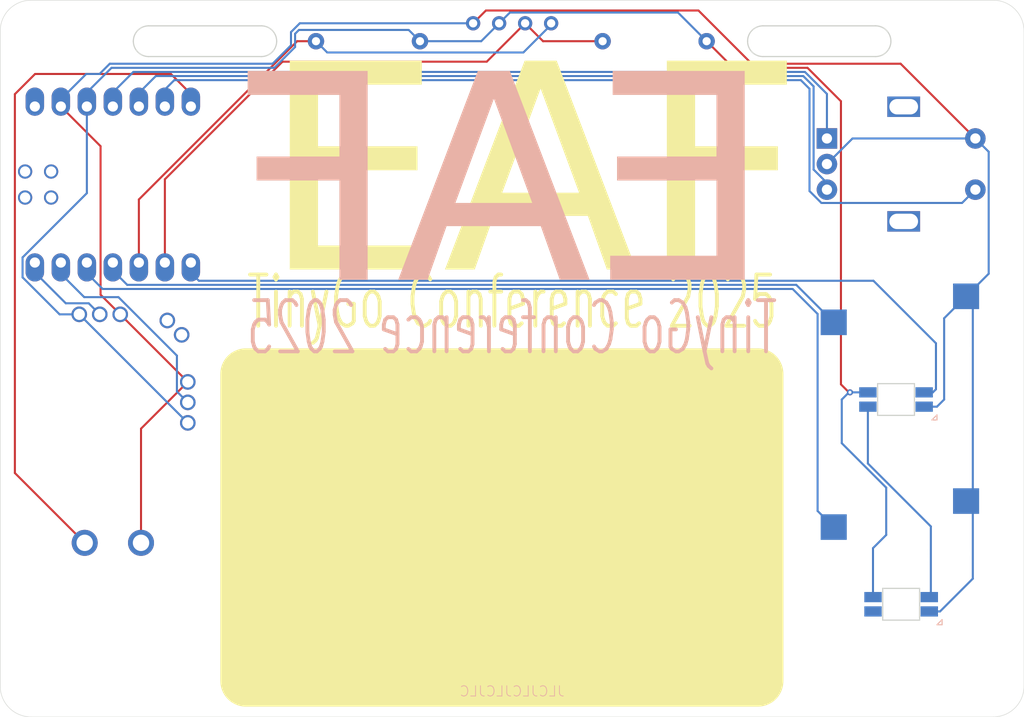
<source format=kicad_pcb>
(kicad_pcb (version 20241229) (generator "pcbnew") (generator_version "9.0")
  (layers (0 "F.Cu" signal) (2 "B.Cu" signal) (13 "F.Paste" user) (15 "B.Paste" user) (5 "F.SilkS" user "F.Silkscreen") (7 "B.SilkS" user "B.Silkscreen") (1 "F.Mask" user) (3 "B.Mask" user) (25 "Edge.Cuts" user))
  (net 0 "")
  (net 1 "GND")
  (net 2 "BUZZER")
  (net 3 "3V3")
  (net 4 "Net-(LED1-DOUT)")
  (net 5 "SK6812MINI-E")
  (net 7 "SCL")
  (net 8 "SDA")
  (net 9 "ROT_BTN")
  (net 10 "ROT_A")
  (net 11 "ROT_B")
  (net 12 "VR_X")
  (net 13 "VR_Y")
  (net 16 "SW_1")
  (net 17 "SW_2")
  (footprint "sglib:OLED" (layer "F.Cu") (at 80 22.25 180)
    (property "Reference" "OL1" (hide yes))
    (property "Value" "OLED" (hide yes))
    (pad "1" thru_hole circle (at -3.81 0 180) (size 1.397 1.397) (drill 0.8128) (layers "*.Cu" "*.Mask") (net 8 "SDA"))
    (pad "2" thru_hole circle (at -1.27 0 180) (size 1.397 1.397) (drill 0.8128) (layers "*.Cu" "*.Mask") (net 7 "SCL"))
    (pad "3" thru_hole circle (at 1.27 0 180) (size 1.397 1.397) (drill 0.8128) (layers "*.Cu" "*.Mask") (net 3 "3V3"))
    (pad "4" thru_hole circle (at 3.81 0 180) (size 1.397 1.397) (drill 0.8128) (layers "*.Cu" "*.Mask") (net 1 "GND"))
  )
  (footprint "sglib:buzzer 5.5mm" (layer "F.Cu") (at 41 73)
    (property "Reference" "BZ1" (hide yes))
    (property "Value" "Buzzer")
    (pad "1" thru_hole circle (at -2.75 0) (size 2.54 2.54) (drill 1.6) (layers "*.Cu" "*.Mask") (net 2 "BUZZER"))
    (pad "2" thru_hole circle (at 2.75 0) (size 2.54 2.54) (drill 1.6) (layers "*.Cu" "*.Mask") (net 1 "GND"))
  )
  (footprint "foostan/kbd:M2_HOLE_v2" (layer "F.Cu") (at 39 86)
    (property "Reference" "H3" (hide yes))
    (property "Value" "MountingHole" (hide yes))
    (pad "" np_thru_hole circle (at 0 0) (size 4.3 4.3) (drill 4.3) (layers "*.Cu" "*.Mask"))
  )
  (footprint "Rotary_Encoder:RotaryEncoder_Alps_EC11E-Switch_Vertical_H20mm" (layer "F.Cu") (at 110.75 33.5)
    (property "Reference" "SW5" (hide yes))
    (property "Value" "RotaryEncoder_Switch")
    (pad "A" thru_hole rect (at 0 0) (size 2 2) (drill 1) (layers "*.Cu" "*.Mask") (net 10 "ROT_A"))
    (pad "B" thru_hole circle (at 0 5) (size 2 2) (drill 1) (layers "*.Cu" "*.Mask") (net 11 "ROT_B"))
    (pad "C" thru_hole circle (at 0 2.5) (size 2 2) (drill 1) (layers "*.Cu" "*.Mask") (net 1 "GND"))
    (pad "MP" thru_hole rect (at 7.5 -3.1) (size 3.2 2) (drill oval 2.8 1.5) (layers "*.Cu" "*.Mask"))
    (pad "MP" thru_hole rect (at 7.5 8.1) (size 3.2 2) (drill oval 2.8 1.5) (layers "*.Cu" "*.Mask"))
    (pad "S1" thru_hole circle (at 14.5 5) (size 2 2) (drill 1) (layers "*.Cu" "*.Mask") (net 9 "ROT_BTN"))
    (pad "S2" thru_hole circle (at 14.5 0) (size 2 2) (drill 1) (layers "*.Cu" "*.Mask") (net 1 "GND"))
  )
  (footprint "sglib:white" (layer "F.Cu") (at 79 71.5)
    (property "Reference" "REF**" (hide yes))
    (property "Value" "white")
    (fp_rect (start -25 -15) (end 25 15) (stroke (width 5)) (fill yes) (layer "F.SilkS"))
  )
  (footprint "sglib:strap_hole" (layer "F.Cu") (at 50 24)
    (property "Reference" "SW2" (hide yes))
    (property "Value" "KEY_SWITCH" (hide yes))
    (fp_line (start -5.5 1.5) (end 5.5 1.5) (stroke (width 0.12)) (layer "Edge.Cuts"))
    (fp_line (start 5.5 -1.5) (end -5.5 -1.5) (stroke (width 0.12)) (layer "Edge.Cuts"))
    (fp_arc (start -7 0) (mid -6.56066 -1.06066) (end -5.5 -1.5) (stroke (width 0.12)) (layer "Edge.Cuts"))
    (fp_arc (start -5.5 1.5) (mid -6.56066 1.06066) (end -7 0) (stroke (width 0.12)) (layer "Edge.Cuts"))
    (fp_arc (start 5.5 -1.5) (mid 6.56066 -1.06066) (end 7 0) (stroke (width 0.12)) (layer "Edge.Cuts"))
    (fp_arc (start 7 0) (mid 6.56066 1.06066) (end 5.5 1.5) (stroke (width 0.12)) (layer "Edge.Cuts"))
  )
  (footprint "crides/kleeb/mcu:xiao-tht" (layer "F.Cu") (at 41 38 90)
    (property "Reference" "U1" (hide yes))
    (property "Value" "xiao" (hide yes))
    (pad "1" thru_hole oval (at -7.62 -7.62 90) (size 2.75 1.8) (drill 1 (offset -0.475 0)) (layers "*.Cu" "*.Mask") (net 12 "VR_X"))
    (pad "2" thru_hole oval (at -7.62 -5.08 90) (size 2.75 1.8) (drill 1 (offset -0.475 0)) (layers "*.Cu" "*.Mask") (net 13 "VR_Y"))
    (pad "3" thru_hole oval (at -7.62 -2.54 90) (size 2.75 1.8) (drill 1 (offset -0.475 0)) (layers "*.Cu" "*.Mask") (net 16 "SW_1"))
    (pad "4" thru_hole oval (at -7.62 0 90) (size 2.75 1.8) (drill 1 (offset -0.475 0)) (layers "*.Cu" "*.Mask") (net 17 "SW_2"))
    (pad "5" thru_hole oval (at -7.62 2.54 90) (size 2.75 1.8) (drill 1 (offset -0.475 0)) (layers "*.Cu" "*.Mask") (net 8 "SDA"))
    (pad "6" thru_hole oval (at -7.62 5.08 90) (size 2.75 1.8) (drill 1 (offset -0.475 0)) (layers "*.Cu" "*.Mask") (net 7 "SCL"))
    (pad "7" thru_hole oval (at -7.62 7.62 90) (size 2.75 1.8) (drill 1 (offset -0.475 0)) (layers "*.Cu" "*.Mask") (net 5 "SK6812MINI-E"))
    (pad "8" thru_hole oval (at 7.62 7.62 270) (size 2.75 1.8) (drill 1 (offset -0.475 0)) (layers "*.Cu" "*.Mask") (net 2 "BUZZER"))
    (pad "9" thru_hole oval (at 7.62 5.08 270) (size 2.75 1.8) (drill 1 (offset -0.475 0)) (layers "*.Cu" "*.Mask") (net 9 "ROT_BTN"))
    (pad "10" thru_hole oval (at 7.62 2.54 270) (size 2.75 1.8) (drill 1 (offset -0.475 0)) (layers "*.Cu" "*.Mask") (net 11 "ROT_B"))
    (pad "11" thru_hole oval (at 7.62 0 270) (size 2.75 1.8) (drill 1 (offset -0.475 0)) (layers "*.Cu" "*.Mask") (net 10 "ROT_A"))
    (pad "12" thru_hole oval (at 7.62 -2.54 270) (size 2.75 1.8) (drill 1 (offset -0.475 0)) (layers "*.Cu" "*.Mask") (net 3 "3V3"))
    (pad "13" thru_hole oval (at 7.62 -5.08 270) (size 2.75 1.8) (drill 1 (offset -0.475 0)) (layers "*.Cu" "*.Mask") (net 1 "GND"))
    (pad "14" thru_hole oval (at 7.62 -7.62 270) (size 2.75 1.8) (drill 1 (offset -0.475 0)) (layers "*.Cu" "*.Mask"))
    (pad "15" thru_hole circle (at -1.27 -8.572 180) (size 1.397 1.397) (drill 1.016) (layers "*.Cu" "*.Mask"))
    (pad "16" thru_hole circle (at 1.27 -8.572 180) (size 1.397 1.397) (drill 1.016) (layers "*.Cu" "*.Mask"))
    (pad "17" thru_hole circle (at -1.27 -6.032 180) (size 1.397 1.397) (drill 1.016) (layers "*.Cu" "*.Mask"))
    (pad "18" thru_hole circle (at 1.27 -6.032 180) (size 1.397 1.397) (drill 1.016) (layers "*.Cu" "*.Mask"))
  )
  (footprint "foostan/kbd:CherryMX_Hotswap" (layer "F.Cu") (at 118.5 74)
    (property "Reference" "SW1" (hide yes))
    (property "Value" "SW_PUSH" (hide yes))
    (pad "" np_thru_hole circle (at -5.08 0) (size 1.9 1.9) (drill 1.9) (layers "*.Cu" "*.Mask"))
    (pad "" np_thru_hole circle (at -3.81 -2.54) (size 3 3) (drill 3) (layers "*.Cu" "*.Mask"))
    (pad "" np_thru_hole circle (at 0 0 90) (size 4.1 4.1) (drill 4.1) (layers "*.Cu" "*.Mask"))
    (pad "" np_thru_hole circle (at 2.54 -5.08) (size 3 3) (drill 3) (layers "*.Cu" "*.Mask"))
    (pad "" np_thru_hole circle (at 5.08 0) (size 1.9 1.9) (drill 1.9) (layers "*.Cu" "*.Mask"))
    (pad "1" smd rect (at -7.085 -2.54 180) (size 2.55 2.5) (layers "B.Cu" "B.Mask" "B.Paste") (net 16 "SW_1"))
    (pad "2" smd rect (at 5.842 -5.08 180) (size 2.55 2.5) (layers "B.Cu" "B.Mask" "B.Paste") (net 1 "GND"))
  )
  (footprint "sglib:strap_hole" (layer "F.Cu") (at 110 24)
    (property "Reference" "SW2" (hide yes))
    (property "Value" "KEY_SWITCH" (hide yes))
    (fp_line (start -5.5 1.5) (end 5.5 1.5) (stroke (width 0.12)) (layer "Edge.Cuts"))
    (fp_line (start 5.5 -1.5) (end -5.5 -1.5) (stroke (width 0.12)) (layer "Edge.Cuts"))
    (fp_arc (start -7 0) (mid -6.56066 -1.06066) (end -5.5 -1.5) (stroke (width 0.12)) (layer "Edge.Cuts"))
    (fp_arc (start -5.5 1.5) (mid -6.56066 1.06066) (end -7 0) (stroke (width 0.12)) (layer "Edge.Cuts"))
    (fp_arc (start 5.5 -1.5) (mid 6.56066 -1.06066) (end 7 0) (stroke (width 0.12)) (layer "Edge.Cuts"))
    (fp_arc (start 7 0) (mid 6.56066 1.06066) (end 5.5 1.5) (stroke (width 0.12)) (layer "Edge.Cuts"))
  )
  (footprint "Resistor_THT:R_Axial_DIN0207_L6.3mm_D2.5mm_P10.16mm_Horizontal" (layer "F.Cu") (at 71 24 180)
    (property "Reference" "R1" (hide yes))
    (property "Value" "R")
    (pad "1" thru_hole circle (at 0 0 180) (size 1.6 1.6) (drill 0.8) (layers "*.Cu" "*.Mask") (net 3 "3V3"))
    (pad "2" thru_hole circle (at 10.16 0 180) (size 1.6 1.6) (drill 0.8) (layers "*.Cu" "*.Mask") (net 8 "SDA"))
  )
  (footprint "foostan/kbd:M2_HOLE_v2" (layer "F.Cu") (at 121 86)
    (property "Reference" "H4" (hide yes))
    (property "Value" "MountingHole" (hide yes))
    (pad "" np_thru_hole circle (at 0 0) (size 4.3 4.3) (drill 4.3) (layers "*.Cu" "*.Mask"))
  )
  (footprint "foostan/kbd:CherryMX_Hotswap" (layer "F.Cu") (at 118.5 54)
    (property "Reference" "SW3" (hide yes))
    (property "Value" "SW_PUSH" (hide yes))
    (pad "" np_thru_hole circle (at -5.08 0) (size 1.9 1.9) (drill 1.9) (layers "*.Cu" "*.Mask"))
    (pad "" np_thru_hole circle (at -3.81 -2.54) (size 3 3) (drill 3) (layers "*.Cu" "*.Mask"))
    (pad "" np_thru_hole circle (at 0 0 90) (size 4.1 4.1) (drill 4.1) (layers "*.Cu" "*.Mask"))
    (pad "" np_thru_hole circle (at 2.54 -5.08) (size 3 3) (drill 3) (layers "*.Cu" "*.Mask"))
    (pad "" np_thru_hole circle (at 5.08 0) (size 1.9 1.9) (drill 1.9) (layers "*.Cu" "*.Mask"))
    (pad "1" smd rect (at -7.085 -2.54 180) (size 2.55 2.5) (layers "B.Cu" "B.Mask" "B.Paste") (net 17 "SW_2"))
    (pad "2" smd rect (at 5.842 -5.08 180) (size 2.55 2.5) (layers "B.Cu" "B.Mask" "B.Paste") (net 1 "GND"))
  )
  (footprint "foostan/kbd:M2_HOLE_v2" (layer "F.Cu") (at 39 24)
    (property "Reference" "H1" (hide yes))
    (property "Value" "MountingHole" (hide yes))
    (pad "" np_thru_hole circle (at 0 0) (size 4.3 4.3) (drill 4.3) (layers "*.Cu" "*.Mask"))
  )
  (footprint "sglib:FJ08K-S" (layer "F.Cu") (at 39.719 59.281)
    (property "Reference" "U3" (hide yes))
    (property "Value" "fj08k-s")
    (pad "" np_thru_hole circle (at -6 -6) (size 1.6 1.6) (drill 1.6) (layers "*.Cu" "*.Mask"))
    (pad "" np_thru_hole circle (at 6 6) (size 1.6 1.6) (drill 1.6) (layers "*.Cu" "*.Mask"))
    (pad "1" thru_hole circle (at 2 -8.6) (size 1.524 1.524) (drill 1.1) (layers "*.Cu" "*.Mask") (net 1 "GND"))
    (pad "2" thru_hole circle (at 0 -8.6) (size 1.524 1.524) (drill 1.1) (layers "*.Cu" "*.Mask") (net 12 "VR_X"))
    (pad "3" thru_hole circle (at -2 -8.6) (size 1.524 1.524) (drill 1.1) (layers "*.Cu" "*.Mask") (net 3 "3V3"))
    (pad "4" thru_hole circle (at 8.6 2) (size 1.524 1.524) (drill 1.1) (layers "*.Cu" "*.Mask") (net 3 "3V3"))
    (pad "5" thru_hole circle (at 8.6 0) (size 1.524 1.524) (drill 1.1) (layers "*.Cu" "*.Mask") (net 13 "VR_Y"))
    (pad "6" thru_hole circle (at 8.6 -2) (size 1.524 1.524) (drill 1.1) (layers "*.Cu" "*.Mask") (net 1 "GND"))
    (pad "7" thru_hole circle (at 6.6 -8) (size 1.524 1.524) (drill 1.1) (layers "*.Cu" "*.Mask"))
    (pad "8" thru_hole circle (at 8 -6.6) (size 1.524 1.524) (drill 1.1) (layers "*.Cu" "*.Mask"))
  )
  (footprint "foostan/kbd:M2_HOLE_v2" (layer "F.Cu") (at 121 24)
    (property "Reference" "H2" (hide yes))
    (property "Value" "MountingHole" (hide yes))
    (pad "" np_thru_hole circle (at 0 0) (size 4.3 4.3) (drill 4.3) (layers "*.Cu" "*.Mask"))
  )
  (footprint "Resistor_THT:R_Axial_DIN0207_L6.3mm_D2.5mm_P10.16mm_Horizontal" (layer "F.Cu") (at 99 24 180)
    (property "Reference" "R2" (hide yes))
    (property "Value" "R")
    (pad "1" thru_hole circle (at 0 0 180) (size 1.6 1.6) (drill 0.8) (layers "*.Cu" "*.Mask") (net 3 "3V3"))
    (pad "2" thru_hole circle (at 10.16 0 180) (size 1.6 1.6) (drill 0.8) (layers "*.Cu" "*.Mask") (net 7 "SCL"))
  )
  (footprint "foostan/kbd:YS-SK6812MINI-E" (layer "B.Cu") (at 117.5 59 180)
    (property "Reference" "LED1" (hide yes))
    (property "Value" "YS-SK6812MINI-E")
    (fp_line (start -3.5 -2) (end -4 -1.5) (stroke (width 0.1)) (layer "B.SilkS"))
    (fp_line (start -4 -1.5) (end -4 -2) (stroke (width 0.1)) (layer "B.SilkS"))
    (fp_line (start -4 -2) (end -3.5 -2) (stroke (width 0.1)) (layer "B.SilkS"))
    (fp_line (start 1.8 1.55) (end -1.8 1.55) (stroke (width 0.12)) (layer "Edge.Cuts"))
    (fp_line (start 1.8 -1.55) (end 1.8 1.55) (stroke (width 0.12)) (layer "Edge.Cuts"))
    (fp_line (start -1.8 1.55) (end -1.8 -1.55) (stroke (width 0.12)) (layer "Edge.Cuts"))
    (fp_line (start -1.8 -1.55) (end 1.8 -1.55) (stroke (width 0.12)) (layer "Edge.Cuts"))
    (pad "1" smd rect (at 2.75 0.7 180) (size 1.7 1) (layers "B.Cu" "B.Mask" "B.Paste") (net 3 "3V3"))
    (pad "2" smd rect (at 2.75 -0.7 180) (size 1.7 1) (layers "B.Cu" "B.Mask" "B.Paste") (net 4 "Net-(LED1-DOUT)"))
    (pad "3" smd rect (at -2.75 -0.7 180) (size 1.7 1) (layers "B.Cu" "B.Mask" "B.Paste") (net 1 "GND"))
    (pad "4" smd rect (at -2.75 0.7 180) (size 1.7 1) (layers "B.Cu" "B.Mask" "B.Paste") (net 5 "SK6812MINI-E"))
  )
  (footprint "foostan/kbd:YS-SK6812MINI-E" (layer "B.Cu") (at 118 79 180)
    (property "Reference" "LED2" (hide yes))
    (property "Value" "YS-SK6812MINI-E")
    (fp_line (start -3.5 -2) (end -4 -1.5) (stroke (width 0.1)) (layer "B.SilkS"))
    (fp_line (start -4 -1.5) (end -4 -2) (stroke (width 0.1)) (layer "B.SilkS"))
    (fp_line (start -4 -2) (end -3.5 -2) (stroke (width 0.1)) (layer "B.SilkS"))
    (fp_line (start 1.8 1.55) (end -1.8 1.55) (stroke (width 0.12)) (layer "Edge.Cuts"))
    (fp_line (start 1.8 -1.55) (end 1.8 1.55) (stroke (width 0.12)) (layer "Edge.Cuts"))
    (fp_line (start -1.8 1.55) (end -1.8 -1.55) (stroke (width 0.12)) (layer "Edge.Cuts"))
    (fp_line (start -1.8 -1.55) (end 1.8 -1.55) (stroke (width 0.12)) (layer "Edge.Cuts"))
    (pad "1" smd rect (at 2.75 0.7 180) (size 1.7 1) (layers "B.Cu" "B.Mask" "B.Paste") (net 3 "3V3"))
    (pad "2" smd rect (at 2.75 -0.7 180) (size 1.7 1) (layers "B.Cu" "B.Mask" "B.Paste"))
    (pad "3" smd rect (at -2.75 -0.7 180) (size 1.7 1) (layers "B.Cu" "B.Mask" "B.Paste") (net 1 "GND"))
    (pad "4" smd rect (at -2.75 0.7 180) (size 1.7 1) (layers "B.Cu" "B.Mask" "B.Paste") (net 4 "Net-(LED1-DOUT)"))
  )
  (gr_arc (start 130 87) (mid 129.12132 89.12132) (end 127 90) (stroke (width 0.05)) (layer "Edge.Cuts"))
  (gr_arc (start 30 23) (mid 30.87868 20.87868) (end 33 20) (stroke (width 0.05)) (layer "Edge.Cuts"))
  (gr_line (start 130 23) (end 130 87) (stroke (width 0.05)) (layer "Edge.Cuts"))
  (gr_arc (start 127 20) (mid 129.12132 20.87868) (end 130 23) (stroke (width 0.05)) (layer "Edge.Cuts"))
  (gr_line (start 127 90) (end 33 90) (stroke (width 0.05)) (layer "Edge.Cuts"))
  (gr_line (start 33 20) (end 127 20) (stroke (width 0.05)) (layer "Edge.Cuts"))
  (gr_arc (start 33 90) (mid 30.87868 89.12132) (end 30 87) (stroke (width 0.05)) (layer "Edge.Cuts"))
  (gr_line (start 30 87) (end 30 23) (stroke (width 0.05)) (layer "Edge.Cuts"))
  (gr_text "EAF" (at 82 38 0) (layer "F.SilkS") (effects (font (size 20 20) (thickness 0.1))))
  (gr_text "TinyGo Conference 2025" (at 80 49.5 0) (layer "F.SilkS") (effects (font (size 5 2.8) (thickness 0.375))))
  (gr_text "JLCJLCJLCJLC" (at 80 87.5 0) (layer "B.SilkS") (effects (font (size 1 1) (thickness 0.08)) (justify mirror)))
  (gr_text "TinyGo Conference 2025" (at 80 52 0) (layer "B.SilkS") (effects (font (size 5 2.8) (thickness 0.375)) (justify mirror)))
  (gr_text "EAF" (at 79 39 -0) (layer "B.SilkS") (effects (font (size 20 20) (thickness 0.1)) (justify mirror)))
  (segment (start 43.75 61.85) (end 48.319 57.281) (width 0.2) (layer "F.Cu") (net 1))
  (segment (start 117.95 26.2) (end 125.25 33.5) (width 0.2) (layer "F.Cu") (net 1))
  (segment (start 39.799 48.761) (end 39.799 34.259) (width 0.2) (layer "F.Cu") (net 1))
  (segment (start 43.75 73) (end 43.75 61.85) (width 0.2) (layer "F.Cu") (net 1))
  (segment (start 77.44 21) (end 98.2 21) (width 0.2) (layer "F.Cu") (net 1))
  (segment (start 39.799 34.259) (end 35.92 30.38) (width 0.2) (layer "F.Cu") (net 1))
  (segment (start 98.2 21) (end 103.4 26.2) (width 0.2) (layer "F.Cu") (net 1))
  (segment (start 76.19 22.25) (end 77.44 21) (width 0.2) (layer "F.Cu") (net 1))
  (segment (start 41.719 50.681) (end 39.799 48.761) (width 0.2) (layer "F.Cu") (net 1))
  (segment (start 103.4 26.2) (end 117.95 26.2) (width 0.2) (layer "F.Cu") (net 1))
  (segment (start 48.319 57.281) (end 41.719 50.681) (width 0.2) (layer "F.Cu") (net 1))
  (segment (start 126.551 34.801) (end 125.25 33.5) (width 0.2) (layer "B.Cu") (net 1))
  (segment (start 121.8 79.7) (end 125 76.5) (width 0.2) (layer "B.Cu") (net 1))
  (segment (start 125 68.262) (end 125 49.578) (width 0.2) (layer "B.Cu") (net 1))
  (segment (start 121.5 59.7) (end 122.2 59) (width 0.2) (layer "B.Cu") (net 1))
  (segment (start 124.342 48.92) (end 126.551 46.711) (width 0.2) (layer "B.Cu") (net 1))
  (segment (start 35.92 30.143052) (end 35.92 29.675765) (width 0.2) (layer "B.Cu") (net 1))
  (segment (start 40.698665 26.2) (end 56.6 26.2) (width 0.2) (layer "B.Cu") (net 1))
  (segment (start 125 76.5) (end 125 69.578) (width 0.2) (layer "B.Cu") (net 1))
  (segment (start 59.25785 22.25) (end 76.19 22.25) (width 0.2) (layer "B.Cu") (net 1))
  (segment (start 126.551 46.711) (end 126.551 34.801) (width 0.2) (layer "B.Cu") (net 1))
  (segment (start 58.399 23.10885) (end 59.25785 22.25) (width 0.2) (layer "B.Cu") (net 1))
  (segment (start 110.75 36) (end 113.25 33.5) (width 0.2) (layer "B.Cu") (net 1))
  (segment (start 113.25 33.5) (end 125.25 33.5) (width 0.2) (layer "B.Cu") (net 1))
  (segment (start 122.2 51.062) (end 124.342 48.92) (width 0.2) (layer "B.Cu") (net 1))
  (segment (start 35.92 29.675765) (end 38.395765 27.2) (width 0.2) (layer "B.Cu") (net 1))
  (segment (start 58.399 24.401) (end 58.399 23.10885) (width 0.2) (layer "B.Cu") (net 1))
  (segment (start 39.698665 27.2) (end 40.698665 26.2) (width 0.2) (layer "B.Cu") (net 1))
  (segment (start 36.156948 30.38) (end 35.92 30.143052) (width 0.2) (layer "B.Cu") (net 1))
  (segment (start 120.25 59.7) (end 121.5 59.7) (width 0.2) (layer "B.Cu") (net 1))
  (segment (start 56.6 26.2) (end 58.399 24.401) (width 0.2) (layer "B.Cu") (net 1))
  (segment (start 125 49.578) (end 124.342 48.92) (width 0.2) (layer "B.Cu") (net 1))
  (segment (start 122.2 59) (end 122.2 51.062) (width 0.2) (layer "B.Cu") (net 1))
  (segment (start 124.342 68.92) (end 125 68.262) (width 0.2) (layer "B.Cu") (net 1))
  (segment (start 35.92 30.38) (end 36.156948 30.38) (width 0.2) (layer "B.Cu") (net 1))
  (segment (start 38.395765 27.2) (end 39.698665 27.2) (width 0.2) (layer "B.Cu") (net 1))
  (segment (start 125 69.578) (end 124.342 68.92) (width 0.2) (layer "B.Cu") (net 1))
  (segment (start 120.75 79.7) (end 121.8 79.7) (width 0.2) (layer "B.Cu") (net 1))
  (segment (start 46.670308 27.2) (end 33.4 27.2) (width 0.2) (layer "F.Cu") (net 2))
  (segment (start 31.4285 66.1785) (end 38.25 73) (width 0.2) (layer "F.Cu") (net 2))
  (segment (start 33.4 27.2) (end 31.4285 29.1715) (width 0.2) (layer "F.Cu") (net 2))
  (segment (start 48.62 30.38) (end 48.62 29.149692) (width 0.2) (layer "F.Cu") (net 2))
  (segment (start 31.4285 29.1715) (end 31.4285 66.1785) (width 0.2) (layer "F.Cu") (net 2))
  (segment (start 48.62 29.149692) (end 46.670308 27.2) (width 0.2) (layer "F.Cu") (net 2))
  (segment (start 101.6 26.6) (end 99 24) (width 0.2) (layer "F.Cu") (net 3))
  (segment (start 112.119 57.519) (end 112.119 29.864039) (width 0.2) (layer "F.Cu") (net 3))
  (segment (start 112.119 29.864039) (end 108.854961 26.6) (width 0.2) (layer "F.Cu") (net 3))
  (segment (start 113 58.3) (end 112.9 58.3) (width 0.2) (layer "F.Cu") (net 3))
  (segment (start 112.9 58.3) (end 112.119 57.519) (width 0.2) (layer "F.Cu") (net 3))
  (segment (start 108.854961 26.6) (end 101.6 26.6) (width 0.2) (layer "F.Cu") (net 3))
  (via (at 113 58.3) (size 0.6) (drill 0.3) (layers "F.Cu" "B.Cu") (net 3))
  (segment (start 112.9 58.3) (end 112.2 59) (width 0.2) (layer "B.Cu") (net 3))
  (segment (start 59.17595 22.899) (end 58.8 23.27495) (width 0.2) (layer "B.Cu") (net 3))
  (segment (start 58.8 23.27495) (end 58.8 24.5671) (width 0.2) (layer "B.Cu") (net 3))
  (segment (start 113 58.3) (end 114.75 58.3) (width 0.2) (layer "B.Cu") (net 3))
  (segment (start 78.73 22.25) (end 79.78 21.2) (width 0.2) (layer "B.Cu") (net 3))
  (segment (start 78.73 22.25) (end 76.98 24) (width 0.2) (layer "B.Cu") (net 3))
  (segment (start 38.46 30.38) (end 38.46 38.84153) (width 0.2) (layer "B.Cu") (net 3))
  (segment (start 37.719 50.681) (end 48.319 61.281) (width 0.2) (layer "B.Cu") (net 3))
  (segment (start 113 58.3) (end 112.9 58.3) (width 0.2) (layer "B.Cu") (net 3))
  (segment (start 71 24) (end 69.899 22.899) (width 0.2) (layer "B.Cu") (net 3))
  (segment (start 116.541 67.605809) (end 116.541 72.226709) (width 0.2) (layer "B.Cu") (net 3))
  (segment (start 115.25 73.517709) (end 115.25 78.3) (width 0.2) (layer "B.Cu") (net 3))
  (segment (start 40.864765 26.601) (end 38.46 29.005765) (width 0.2) (layer "B.Cu") (net 3))
  (segment (start 38.46 29.005765) (end 38.46 30.38) (width 0.2) (layer "B.Cu") (net 3))
  (segment (start 96.2 21.2) (end 99 24) (width 0.2) (layer "B.Cu") (net 3))
  (segment (start 76.98 24) (end 71 24) (width 0.2) (layer "B.Cu") (net 3))
  (segment (start 116.541 72.226709) (end 115.25 73.517709) (width 0.2) (layer "B.Cu") (net 3))
  (segment (start 112.2 59) (end 112.2 63.264809) (width 0.2) (layer "B.Cu") (net 3))
  (segment (start 58.8 24.5671) (end 56.7661 26.601) (width 0.2) (layer "B.Cu") (net 3))
  (segment (start 56.7661 26.601) (end 40.864765 26.601) (width 0.2) (layer "B.Cu") (net 3))
  (segment (start 35.79253 50.681) (end 37.719 50.681) (width 0.2) (layer "B.Cu") (net 3))
  (segment (start 69.899 22.899) (end 59.17595 22.899) (width 0.2) (layer "B.Cu") (net 3))
  (segment (start 38.46 38.84153) (end 32.179 45.12253) (width 0.2) (layer "B.Cu") (net 3))
  (segment (start 79.78 21.2) (end 96.2 21.2) (width 0.2) (layer "B.Cu") (net 3))
  (segment (start 32.179 47.06747) (end 35.79253 50.681) (width 0.2) (layer "B.Cu") (net 3))
  (segment (start 112.2 63.264809) (end 116.541 67.605809) (width 0.2) (layer "B.Cu") (net 3))
  (segment (start 32.179 45.12253) (end 32.179 47.06747) (width 0.2) (layer "B.Cu") (net 3))
  (segment (start 114.75 65.247709) (end 120.901 71.398709) (width 0.2) (layer "B.Cu") (net 4))
  (segment (start 114.75 59.7) (end 114.75 65.247709) (width 0.2) (layer "B.Cu") (net 4))
  (segment (start 120.901 78.149) (end 120.75 78.3) (width 0.2) (layer "B.Cu") (net 4))
  (segment (start 120.901 71.398709) (end 120.901 78.149) (width 0.2) (layer "B.Cu") (net 4))
  (segment (start 121.1 58.3) (end 120.25 58.3) (width 0.2) (layer "B.Cu") (net 5))
  (segment (start 48.62 46.62) (end 49.4 47.4) (width 0.2) (layer "B.Cu") (net 5))
  (segment (start 121.4 58) (end 121.1 58.3) (width 0.2) (layer "B.Cu") (net 5))
  (segment (start 49.4 47.4) (end 115.295527 47.4) (width 0.2) (layer "B.Cu") (net 5))
  (segment (start 115.295527 47.4) (end 121.4 53.504473) (width 0.2) (layer "B.Cu") (net 5))
  (segment (start 48.62 45.62) (end 48.62 46.62) (width 0.2) (layer "B.Cu") (net 5))
  (segment (start 121.4 53.504473) (end 121.4 58) (width 0.2) (layer "B.Cu") (net 5))
  (segment (start 81.27 22.25) (end 83.02 24) (width 0.2) (layer "F.Cu") (net 7))
  (segment (start 81.27 22.25) (end 77.52 26) (width 0.2) (layer "F.Cu") (net 7))
  (segment (start 83.02 24) (end 88.84 24) (width 0.2) (layer "F.Cu") (net 7))
  (segment (start 77.52 26) (end 57.5671 26) (width 0.2) (layer "F.Cu") (net 7))
  (segment (start 46.08 37.4871) (end 46.08 45.62) (width 0.2) (layer "F.Cu") (net 7))
  (segment (start 57.5671 26) (end 46.08 37.4871) (width 0.2) (layer "F.Cu") (net 7))
  (segment (start 59 24) (end 60.84 24) (width 0.2) (layer "F.Cu") (net 8))
  (segment (start 43.54 45.62) (end 43.54 39.46) (width 0.2) (layer "F.Cu") (net 8))
  (segment (start 43.54 39.46) (end 59 24) (width 0.2) (layer "F.Cu") (net 8))
  (segment (start 83.81 22.390001) (end 81.099001 25.101) (width 0.2) (layer "B.Cu") (net 8))
  (segment (start 61.941 25.101) (end 60.84 24) (width 0.2) (layer "B.Cu") (net 8))
  (segment (start 81.099001 25.101) (end 61.941 25.101) (width 0.2) (layer "B.Cu") (net 8))
  (segment (start 83.81 22.25) (end 83.81 22.390001) (width 0.2) (layer "B.Cu") (net 8))
  (segment (start 46.996 27.804) (end 108.204 27.804) (width 0.2) (layer "B.Cu") (net 9))
  (segment (start 108.204 27.804) (end 109.048 28.648) (width 0.2) (layer "B.Cu") (net 9))
  (segment (start 109.048 28.648) (end 109.048 38.637892) (width 0.2) (layer "B.Cu") (net 9))
  (segment (start 109.048 38.637892) (end 110.211108 39.801) (width 0.2) (layer "B.Cu") (net 9))
  (segment (start 46.08 30.38) (end 46.08 28.72) (width 0.2) (layer "B.Cu") (net 9))
  (segment (start 46.08 28.72) (end 46.996 27.804) (width 0.2) (layer "B.Cu") (net 9))
  (segment (start 112.589892 39.801) (end 112.589892 39.8) (width 0.2) (layer "B.Cu") (net 9))
  (segment (start 110.211108 39.801) (end 112.589892 39.801) (width 0.2) (layer "B.Cu") (net 9))
  (segment (start 112.589892 39.8) (end 123.95 39.8) (width 0.2) (layer "B.Cu") (net 9))
  (segment (start 123.95 39.8) (end 125.25 38.5) (width 0.2) (layer "B.Cu") (net 9))
  (segment (start 41 30.38) (end 41 29) (width 0.2) (layer "B.Cu") (net 10))
  (segment (start 42.998 27.002) (end 108.602 27.002) (width 0.2) (layer "B.Cu") (net 10))
  (segment (start 41 29) (end 42.998 27.002) (width 0.2) (layer "B.Cu") (net 10))
  (segment (start 110.75 29.15) (end 110.75 33.5) (width 0.2) (layer "B.Cu") (net 10))
  (segment (start 108.602 27.002) (end 110.75 29.15) (width 0.2) (layer "B.Cu") (net 10))
  (segment (start 109.449 36.538892) (end 110.75 37.839892) (width 0.2) (layer "B.Cu") (net 11))
  (segment (start 43.54 29.06) (end 45.197 27.403) (width 0.2) (layer "B.Cu") (net 11))
  (segment (start 45.197 27.403) (end 108.4359 27.403) (width 0.2) (layer "B.Cu") (net 11))
  (segment (start 109.449 28.4161) (end 109.449 36.538892) (width 0.2) (layer "B.Cu") (net 11))
  (segment (start 108.4359 27.403) (end 109.449 28.4161) (width 0.2) (layer "B.Cu") (net 11))
  (segment (start 110.75 37.839892) (end 110.75 38.5) (width 0.2) (layer "B.Cu") (net 11))
  (segment (start 43.54 30.38) (end 43.54 29.06) (width 0.2) (layer "B.Cu") (net 11))
  (segment (start 36.4 49.6) (end 38.638 49.6) (width 0.2) (layer "B.Cu") (net 12))
  (segment (start 38.638 49.6) (end 39.719 50.681) (width 0.2) (layer "B.Cu") (net 12))
  (segment (start 33.38 46.58) (end 36.4 49.6) (width 0.2) (layer "B.Cu") (net 12))
  (segment (start 33.38 45.62) (end 33.38 46.58) (width 0.2) (layer "B.Cu") (net 12))
  (segment (start 41.54131 49) (end 47.256 54.71469) (width 0.2) (layer "B.Cu") (net 13))
  (segment (start 47.256 54.71469) (end 47.256 58.218) (width 0.2) (layer "B.Cu") (net 13))
  (segment (start 35.92 46.72) (end 38.2 49) (width 0.2) (layer "B.Cu") (net 13))
  (segment (start 35.92 45.62) (end 35.92 46.72) (width 0.2) (layer "B.Cu") (net 13))
  (segment (start 47.256 58.218) (end 48.319 59.281) (width 0.2) (layer "B.Cu") (net 13))
  (segment (start 38.2 49) (end 41.54131 49) (width 0.2) (layer "B.Cu") (net 13))
  (segment (start 107.401 48.201) (end 109.839 50.639) (width 0.2) (layer "B.Cu") (net 16))
  (segment (start 38.46 46.66) (end 40.001 48.201) (width 0.2) (layer "B.Cu") (net 16))
  (segment (start 38.46 45.62) (end 38.46 46.66) (width 0.2) (layer "B.Cu") (net 16))
  (segment (start 109.839 50.639) (end 109.839 69.884) (width 0.2) (layer "B.Cu") (net 16))
  (segment (start 109.839 69.884) (end 111.415 71.46) (width 0.2) (layer "B.Cu") (net 16))
  (segment (start 40.001 48.201) (end 107.401 48.201) (width 0.2) (layer "B.Cu") (net 16))
  (segment (start 41 45.62) (end 41 46.4) (width 0.2) (layer "B.Cu") (net 17))
  (segment (start 42.4 47.8) (end 107.755 47.8) (width 0.2) (layer "B.Cu") (net 17))
  (segment (start 41 46.4) (end 42.4 47.8) (width 0.2) (layer "B.Cu") (net 17))
  (segment (start 107.755 47.8) (end 111.415 51.46) (width 0.2) (layer "B.Cu") (net 17))
)
</source>
